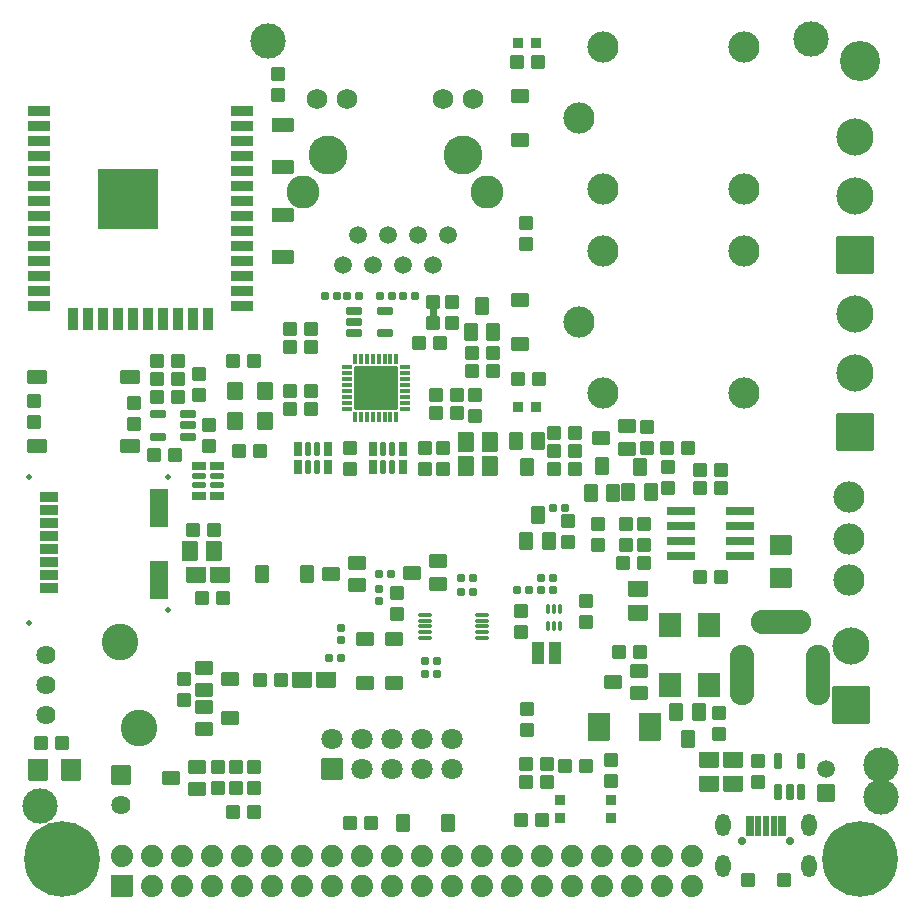
<source format=gbr>
%TF.GenerationSoftware,KiCad,Pcbnew,7.0.9-7.0.9~ubuntu22.04.1*%
%TF.CreationDate,2025-05-12T16:08:44+03:00*%
%TF.ProjectId,ESP32-EVB_Rev_L,45535033-322d-4455-9642-5f5265765f4c,L*%
%TF.SameCoordinates,PX425f360PY872a8a0*%
%TF.FileFunction,Soldermask,Top*%
%TF.FilePolarity,Negative*%
%FSLAX46Y46*%
G04 Gerber Fmt 4.6, Leading zero omitted, Abs format (unit mm)*
G04 Created by KiCad (PCBNEW 7.0.9-7.0.9~ubuntu22.04.1) date 2025-05-12 16:08:44*
%MOMM*%
%LPD*%
G01*
G04 APERTURE LIST*
G04 Aperture macros list*
%AMRoundRect*
0 Rectangle with rounded corners*
0 $1 Rounding radius*
0 $2 $3 $4 $5 $6 $7 $8 $9 X,Y pos of 4 corners*
0 Add a 4 corners polygon primitive as box body*
4,1,4,$2,$3,$4,$5,$6,$7,$8,$9,$2,$3,0*
0 Add four circle primitives for the rounded corners*
1,1,$1+$1,$2,$3*
1,1,$1+$1,$4,$5*
1,1,$1+$1,$6,$7*
1,1,$1+$1,$8,$9*
0 Add four rect primitives between the rounded corners*
20,1,$1+$1,$2,$3,$4,$5,0*
20,1,$1+$1,$4,$5,$6,$7,0*
20,1,$1+$1,$6,$7,$8,$9,0*
20,1,$1+$1,$8,$9,$2,$3,0*%
G04 Aperture macros list end*
%ADD10C,0.609600*%
%ADD11C,3.101600*%
%ADD12C,1.625600*%
%ADD13RoundRect,0.050800X-1.100000X0.300000X-1.100000X-0.300000X1.100000X-0.300000X1.100000X0.300000X0*%
%ADD14RoundRect,0.050800X-0.508000X0.317500X-0.508000X-0.317500X0.508000X-0.317500X0.508000X0.317500X0*%
%ADD15RoundRect,0.050800X-0.508000X0.190500X-0.508000X-0.190500X0.508000X-0.190500X0.508000X0.190500X0*%
%ADD16RoundRect,0.050800X-0.317500X-0.508000X0.317500X-0.508000X0.317500X0.508000X-0.317500X0.508000X0*%
%ADD17RoundRect,0.050800X-0.190500X-0.508000X0.190500X-0.508000X0.190500X0.508000X-0.190500X0.508000X0*%
%ADD18RoundRect,0.050800X0.317500X0.508000X-0.317500X0.508000X-0.317500X-0.508000X0.317500X-0.508000X0*%
%ADD19RoundRect,0.050800X0.190500X0.508000X-0.190500X0.508000X-0.190500X-0.508000X0.190500X-0.508000X0*%
%ADD20RoundRect,0.050800X-0.900000X-0.400000X0.900000X-0.400000X0.900000X0.400000X-0.900000X0.400000X0*%
%ADD21RoundRect,0.050800X-0.400000X-0.900000X0.400000X-0.900000X0.400000X0.900000X-0.400000X0.900000X0*%
%ADD22C,2.101600*%
%ADD23RoundRect,0.050800X-2.500000X-2.500000X2.500000X-2.500000X2.500000X2.500000X-2.500000X2.500000X0*%
%ADD24RoundRect,0.050800X-0.762000X0.508000X-0.762000X-0.508000X0.762000X-0.508000X0.762000X0.508000X0*%
%ADD25RoundRect,0.050800X-0.762000X0.762000X-0.762000X-0.762000X0.762000X-0.762000X0.762000X0.762000X0*%
%ADD26C,3.149600*%
%ADD27RoundRect,0.050800X1.524000X-1.524000X1.524000X1.524000X-1.524000X1.524000X-1.524000X-1.524000X0*%
%ADD28C,3.401600*%
%ADD29C,1.301600*%
%ADD30C,6.401600*%
%ADD31RoundRect,0.050800X-0.889000X-0.889000X0.889000X-0.889000X0.889000X0.889000X-0.889000X0.889000X0*%
%ADD32C,1.879600*%
%ADD33RoundRect,0.050800X-0.508000X-0.508000X0.508000X-0.508000X0.508000X0.508000X-0.508000X0.508000X0*%
%ADD34RoundRect,0.050800X0.508000X-0.508000X0.508000X0.508000X-0.508000X0.508000X-0.508000X-0.508000X0*%
%ADD35RoundRect,0.050800X0.635000X-0.762000X0.635000X0.762000X-0.635000X0.762000X-0.635000X-0.762000X0*%
%ADD36RoundRect,0.050800X-0.508000X0.508000X-0.508000X-0.508000X0.508000X-0.508000X0.508000X0.508000X0*%
%ADD37RoundRect,0.050800X0.508000X0.508000X-0.508000X0.508000X-0.508000X-0.508000X0.508000X-0.508000X0*%
%ADD38RoundRect,0.050800X0.600000X-0.700000X0.600000X0.700000X-0.600000X0.700000X-0.600000X-0.700000X0*%
%ADD39RoundRect,0.050800X0.700000X-0.500000X0.700000X0.500000X-0.700000X0.500000X-0.700000X-0.500000X0*%
%ADD40RoundRect,0.050800X-0.850000X1.000000X-0.850000X-1.000000X0.850000X-1.000000X0.850000X1.000000X0*%
%ADD41RoundRect,0.050800X-0.500000X-0.700000X0.500000X-0.700000X0.500000X0.700000X-0.500000X0.700000X0*%
%ADD42RoundRect,0.050800X-0.700000X-0.500000X0.700000X-0.500000X0.700000X0.500000X-0.700000X0.500000X0*%
%ADD43RoundRect,0.050800X-0.400000X-0.400000X0.400000X-0.400000X0.400000X0.400000X-0.400000X0.400000X0*%
%ADD44O,2.101600X5.101600*%
%ADD45O,5.101600X2.101600*%
%ADD46RoundRect,0.050800X-0.500000X0.700000X-0.500000X-0.700000X0.500000X-0.700000X0.500000X0.700000X0*%
%ADD47C,2.641600*%
%ADD48RoundRect,0.050800X-0.400000X-0.125000X0.400000X-0.125000X0.400000X0.125000X-0.400000X0.125000X0*%
%ADD49RoundRect,0.050800X0.125000X-0.400000X0.125000X0.400000X-0.125000X0.400000X-0.125000X-0.400000X0*%
%ADD50RoundRect,0.050800X0.400000X0.125000X-0.400000X0.125000X-0.400000X-0.125000X0.400000X-0.125000X0*%
%ADD51RoundRect,0.050800X-0.125000X0.400000X-0.125000X-0.400000X0.125000X-0.400000X0.125000X0.400000X0*%
%ADD52C,0.801600*%
%ADD53RoundRect,0.050800X-0.800000X0.800000X-0.800000X-0.800000X0.800000X-0.800000X0.800000X0.800000X0*%
%ADD54RoundRect,0.050800X-1.800000X1.800000X-1.800000X-1.800000X1.800000X-1.800000X1.800000X1.800000X0*%
%ADD55RoundRect,0.050800X-0.850000X-0.850000X0.850000X-0.850000X0.850000X0.850000X-0.850000X0.850000X0*%
%ADD56C,1.801600*%
%ADD57RoundRect,0.050800X-0.750000X1.550000X-0.750000X-1.550000X0.750000X-1.550000X0.750000X1.550000X0*%
%ADD58C,0.501600*%
%ADD59RoundRect,0.050800X-0.750000X0.400000X-0.750000X-0.400000X0.750000X-0.400000X0.750000X0.400000X0*%
%ADD60C,3.301600*%
%ADD61C,1.511600*%
%ADD62C,1.751600*%
%ADD63C,2.801600*%
%ADD64RoundRect,0.050800X-0.889000X0.508000X-0.889000X-0.508000X0.889000X-0.508000X0.889000X0.508000X0*%
%ADD65RoundRect,0.050800X0.889000X-0.508000X0.889000X0.508000X-0.889000X0.508000X-0.889000X-0.508000X0*%
%ADD66RoundRect,0.050800X0.850000X-1.000000X0.850000X1.000000X-0.850000X1.000000X-0.850000X-1.000000X0*%
%ADD67RoundRect,0.050800X0.500000X-0.700000X0.500000X0.700000X-0.500000X0.700000X-0.500000X-0.700000X0*%
%ADD68RoundRect,0.050800X0.889000X-0.762000X0.889000X0.762000X-0.889000X0.762000X-0.889000X-0.762000X0*%
%ADD69RoundRect,0.050800X-0.762000X-0.889000X0.762000X-0.889000X0.762000X0.889000X-0.762000X0.889000X0*%
%ADD70RoundRect,0.050800X0.762000X0.635000X-0.762000X0.635000X-0.762000X-0.635000X0.762000X-0.635000X0*%
%ADD71RoundRect,0.050800X0.889000X1.143000X-0.889000X1.143000X-0.889000X-1.143000X0.889000X-1.143000X0*%
%ADD72RoundRect,0.050800X-0.635000X0.762000X-0.635000X-0.762000X0.635000X-0.762000X0.635000X0.762000X0*%
%ADD73RoundRect,0.050800X-0.275000X0.600000X-0.275000X-0.600000X0.275000X-0.600000X0.275000X0.600000X0*%
%ADD74RoundRect,0.050800X-0.762000X-0.635000X0.762000X-0.635000X0.762000X0.635000X-0.762000X0.635000X0*%
%ADD75RoundRect,0.050800X-0.700000X0.500000X-0.700000X-0.500000X0.700000X-0.500000X0.700000X0.500000X0*%
%ADD76RoundRect,0.050800X0.400000X-0.400000X0.400000X0.400000X-0.400000X0.400000X-0.400000X-0.400000X0*%
%ADD77RoundRect,0.050800X-0.600000X-0.275000X0.600000X-0.275000X0.600000X0.275000X-0.600000X0.275000X0*%
%ADD78RoundRect,0.050800X0.700000X-0.700000X0.700000X0.700000X-0.700000X0.700000X-0.700000X-0.700000X0*%
%ADD79C,1.501600*%
%ADD80RoundRect,0.050800X0.250000X0.275000X-0.250000X0.275000X-0.250000X-0.275000X0.250000X-0.275000X0*%
%ADD81RoundRect,0.050800X-0.250000X-0.275000X0.250000X-0.275000X0.250000X0.275000X-0.250000X0.275000X0*%
%ADD82C,0.701600*%
%ADD83O,1.301600X1.901600*%
%ADD84RoundRect,0.050800X-0.550000X-0.500000X0.550000X-0.500000X0.550000X0.500000X-0.550000X0.500000X0*%
%ADD85RoundRect,0.050800X-0.250000X-0.825000X0.250000X-0.825000X0.250000X0.825000X-0.250000X0.825000X0*%
%ADD86RoundRect,0.050800X-0.162500X-0.825000X0.162500X-0.825000X0.162500X0.825000X-0.162500X0.825000X0*%
%ADD87RoundRect,0.050800X0.600000X0.275000X-0.600000X0.275000X-0.600000X-0.275000X0.600000X-0.275000X0*%
%ADD88RoundRect,0.050800X0.125000X-0.350000X0.125000X0.350000X-0.125000X0.350000X-0.125000X-0.350000X0*%
%ADD89RoundRect,0.050800X0.275000X-0.250000X0.275000X0.250000X-0.275000X0.250000X-0.275000X-0.250000X0*%
%ADD90RoundRect,0.050800X-0.275000X0.250000X-0.275000X-0.250000X0.275000X-0.250000X0.275000X0.250000X0*%
%ADD91RoundRect,0.050800X0.500000X-0.125000X0.500000X0.125000X-0.500000X0.125000X-0.500000X-0.125000X0*%
%ADD92C,3.000000*%
%ADD93RoundRect,0.050800X0.450000X0.900000X-0.450000X0.900000X-0.450000X-0.900000X0.450000X-0.900000X0*%
%ADD94RoundRect,0.050800X0.500000X0.700000X-0.500000X0.700000X-0.500000X-0.700000X0.500000X-0.700000X0*%
G04 APERTURE END LIST*
D10*
%TO.C,R25*%
X35179000Y49538000D02*
X35179000Y50538000D01*
%TD*%
D11*
%TO.C,U7*%
X8713000Y22192000D03*
X10313000Y14892000D03*
D12*
X2413000Y21082000D03*
X2413000Y18542000D03*
X2413000Y16002000D03*
%TD*%
D13*
%TO.C,U6*%
X56174000Y33274000D03*
X56174000Y32004000D03*
X56174000Y30734000D03*
X56174000Y29464000D03*
X61174000Y29464000D03*
X61174000Y30734000D03*
X61174000Y32004000D03*
X61174000Y33274000D03*
%TD*%
D14*
%TO.C,RM1*%
X15367000Y37084000D03*
X16891000Y37084000D03*
D15*
X15367000Y36195000D03*
X16891000Y36195000D03*
X15367000Y35433000D03*
X16891000Y35433000D03*
D14*
X15367000Y34544000D03*
X16891000Y34544000D03*
%TD*%
D16*
%TO.C,RM2*%
X23749000Y36957000D03*
X23749000Y38481000D03*
D17*
X24638000Y36957000D03*
X24638000Y38481000D03*
X25400000Y36957000D03*
X25400000Y38481000D03*
D16*
X26289000Y36957000D03*
X26289000Y38481000D03*
%TD*%
D18*
%TO.C,RM3*%
X32639000Y38481000D03*
X32639000Y36957000D03*
D19*
X31750000Y38481000D03*
X31750000Y36957000D03*
X30988000Y38481000D03*
X30988000Y36957000D03*
D18*
X30099000Y38481000D03*
X30099000Y36957000D03*
%TD*%
D20*
%TO.C,U3*%
X1814000Y67159000D03*
X1814000Y65889000D03*
X1814000Y64619000D03*
X1814000Y63349000D03*
X1814000Y62079000D03*
X1814000Y60809000D03*
X1814000Y59539000D03*
X1814000Y58269000D03*
X1814000Y56999000D03*
X1814000Y55729000D03*
X1814000Y54459000D03*
X1814000Y53189000D03*
X1814000Y51919000D03*
X1814000Y50649000D03*
D21*
X4714000Y49549000D03*
X5984000Y49549000D03*
X7254000Y49549000D03*
X8524000Y49549000D03*
X9794000Y49549000D03*
X11064000Y49549000D03*
X12334000Y49549000D03*
X13604000Y49549000D03*
X14874000Y49549000D03*
X16144000Y49549000D03*
D20*
X19014000Y50649000D03*
X19014000Y51919000D03*
X19014000Y53189000D03*
X19014000Y54459000D03*
X19014000Y55729000D03*
X19014000Y56999000D03*
X19014000Y58269000D03*
X19014000Y59539000D03*
X19014000Y60809000D03*
X19014000Y62079000D03*
X19014000Y63349000D03*
X19014000Y64619000D03*
X19014000Y65889000D03*
X19014000Y67159000D03*
D22*
X9414000Y59649000D03*
D23*
X9414000Y59649000D03*
%TD*%
D24*
%TO.C,BUT1*%
X9525000Y44577000D03*
X1651000Y44577000D03*
%TD*%
%TO.C,RST1*%
X9525000Y38735000D03*
X1651000Y38735000D03*
%TD*%
D12*
%TO.C,LED3*%
X8763000Y8382000D03*
D25*
X8763000Y10922000D03*
%TD*%
D26*
%TO.C,PWR2*%
X70612000Y21837000D03*
D27*
X70612000Y16837000D03*
%TD*%
D28*
%TO.C,MH1*%
X71374000Y71374000D03*
%TD*%
D29*
%TO.C,MH2*%
X68961000Y3810000D03*
X69723000Y5461000D03*
X69723000Y2032000D03*
X71374000Y6223000D03*
D30*
X71374000Y3810000D03*
D29*
X71374000Y1397000D03*
X73025000Y5461000D03*
X73025000Y2159000D03*
X73787000Y3810000D03*
%TD*%
%TO.C,MH3*%
X1397000Y3810000D03*
X2159000Y5461000D03*
X2159000Y2032000D03*
X3810000Y6223000D03*
D30*
X3810000Y3810000D03*
D29*
X3810000Y1397000D03*
X5461000Y5461000D03*
X5461000Y2159000D03*
X6223000Y3810000D03*
%TD*%
D31*
%TO.C,EXT1*%
X8890000Y1524000D03*
D32*
X8890000Y4064000D03*
X11430000Y1524000D03*
X11430000Y4064000D03*
X13970000Y1524000D03*
X13970000Y4064000D03*
X16510000Y1524000D03*
X16510000Y4064000D03*
X19050000Y1524000D03*
X19050000Y4064000D03*
X21590000Y1524000D03*
X21590000Y4064000D03*
X24130000Y1524000D03*
X24130000Y4064000D03*
X26670000Y1524000D03*
X26670000Y4064000D03*
X29210000Y1524000D03*
X29210000Y4064000D03*
X31750000Y1524000D03*
X31750000Y4064000D03*
X34290000Y1524000D03*
X34290000Y4064000D03*
X36830000Y1524000D03*
X36830000Y4064000D03*
X39370000Y1524000D03*
X39370000Y4064000D03*
X41910000Y1524000D03*
X41910000Y4064000D03*
X44450000Y1524000D03*
X44450000Y4064000D03*
X46990000Y1524000D03*
X46990000Y4064000D03*
X49530000Y1524000D03*
X49530000Y4064000D03*
X52070000Y1524000D03*
X52070000Y4064000D03*
X54610000Y1524000D03*
X54610000Y4064000D03*
X57150000Y1524000D03*
X57150000Y4064000D03*
%TD*%
D33*
%TO.C,C5*%
X20574000Y18923000D03*
X22352000Y18923000D03*
%TD*%
D34*
%TO.C,C8*%
X36068000Y36830000D03*
X36068000Y38608000D03*
%TD*%
%TO.C,C9*%
X34544000Y36830000D03*
X34544000Y38608000D03*
%TD*%
D35*
%TO.C,C10*%
X14605000Y29845000D03*
X16637000Y29845000D03*
%TD*%
D36*
%TO.C,C13*%
X28194000Y38608000D03*
X28194000Y36830000D03*
%TD*%
D37*
%TO.C,C15*%
X24892000Y47117000D03*
X23114000Y47117000D03*
%TD*%
%TO.C,C16*%
X24892000Y41910000D03*
X23114000Y41910000D03*
%TD*%
%TO.C,C17*%
X24892000Y43434000D03*
X23114000Y43434000D03*
%TD*%
%TO.C,C18*%
X37211000Y43053000D03*
X35433000Y43053000D03*
%TD*%
D27*
%TO.C,CON1*%
X70904000Y39958000D03*
D26*
X70904000Y44958000D03*
X70904000Y49958000D03*
%TD*%
D27*
%TO.C,CON2*%
X70904000Y54958000D03*
D26*
X70904000Y59958000D03*
X70904000Y64958000D03*
%TD*%
D38*
%TO.C,CR1*%
X20955000Y40894000D03*
X20955000Y43434000D03*
X18415000Y43434000D03*
X18415000Y40894000D03*
%TD*%
D39*
%TO.C,D1*%
X42545000Y47376000D03*
X42545000Y51176000D03*
%TD*%
%TO.C,D3*%
X42545000Y64648000D03*
X42545000Y68448000D03*
%TD*%
D40*
%TO.C,D4*%
X55245000Y23582000D03*
X55245000Y18582000D03*
%TD*%
D41*
%TO.C,D5*%
X32644000Y6858000D03*
X36444000Y6858000D03*
%TD*%
D42*
%TO.C,FET1*%
X52669440Y17846040D03*
X52669440Y19748500D03*
X50459640Y18793460D03*
%TD*%
D35*
%TO.C,L3*%
X37973000Y37084000D03*
X37973000Y39116000D03*
%TD*%
D43*
%TO.C,LED1*%
X43942000Y42037000D03*
X42418000Y42037000D03*
%TD*%
%TO.C,LED2*%
X43942000Y72898000D03*
X42418000Y72898000D03*
%TD*%
D44*
%TO.C,PWR1*%
X61341000Y19413000D03*
X67841000Y19413000D03*
D45*
X64641000Y23863000D03*
%TD*%
D42*
%TO.C,Q1*%
X51653440Y38547040D03*
X51653440Y40449500D03*
X49443640Y39494460D03*
%TD*%
D46*
%TO.C,Q2*%
X38420040Y48422560D03*
X40322500Y48422560D03*
X39367460Y50632360D03*
%TD*%
D37*
%TO.C,R3*%
X44196000Y44450000D03*
X42418000Y44450000D03*
%TD*%
%TO.C,R5*%
X40259000Y45085000D03*
X38481000Y45085000D03*
%TD*%
%TO.C,R6*%
X40259000Y46609000D03*
X38481000Y46609000D03*
%TD*%
%TO.C,R11*%
X44069000Y71247000D03*
X42291000Y71247000D03*
%TD*%
D33*
%TO.C,R14*%
X11811000Y45974000D03*
X13589000Y45974000D03*
%TD*%
D37*
%TO.C,R16*%
X13335000Y37973000D03*
X11557000Y37973000D03*
%TD*%
D33*
%TO.C,R18*%
X18288000Y7747000D03*
X20066000Y7747000D03*
%TD*%
D34*
%TO.C,R21*%
X20066000Y9779000D03*
X20066000Y11557000D03*
%TD*%
D37*
%TO.C,R23*%
X29972000Y6858000D03*
X28194000Y6858000D03*
%TD*%
D34*
%TO.C,R26*%
X22098000Y68453000D03*
X22098000Y70231000D03*
%TD*%
D36*
%TO.C,R27*%
X43053000Y57658000D03*
X43053000Y55880000D03*
%TD*%
D37*
%TO.C,R29*%
X17399000Y25908000D03*
X15621000Y25908000D03*
%TD*%
D33*
%TO.C,R34*%
X18796000Y38354000D03*
X20574000Y38354000D03*
%TD*%
%TO.C,R36*%
X18288000Y45974000D03*
X20066000Y45974000D03*
%TD*%
%TO.C,R38*%
X35433000Y41529000D03*
X37211000Y41529000D03*
%TD*%
D37*
%TO.C,R39*%
X24892000Y48641000D03*
X23114000Y48641000D03*
%TD*%
D47*
%TO.C,REL1*%
X61580000Y43276000D03*
X61580000Y55276000D03*
X47580000Y49276000D03*
X49580000Y55276000D03*
X49580000Y43276000D03*
%TD*%
%TO.C,REL2*%
X49580000Y60548000D03*
X49580000Y72548000D03*
X47580000Y66548000D03*
X61580000Y72548000D03*
X61580000Y60548000D03*
%TD*%
D48*
%TO.C,U4*%
X27903000Y45438000D03*
X27903000Y44938000D03*
X27903000Y44438000D03*
X27903000Y43938000D03*
X27903000Y43438000D03*
X27903000Y42938000D03*
X27903000Y42438000D03*
X27903000Y41938000D03*
D49*
X28603000Y41238000D03*
X29103000Y41238000D03*
X29603000Y41238000D03*
X30103000Y41238000D03*
X30603000Y41238000D03*
X31103000Y41238000D03*
X31603000Y41238000D03*
X32103000Y41238000D03*
D50*
X32803000Y41938000D03*
X32803000Y42438000D03*
X32803000Y42938000D03*
X32803000Y43438000D03*
X32803000Y43938000D03*
X32803000Y44438000D03*
X32803000Y44938000D03*
X32803000Y45438000D03*
D51*
X32103000Y46138000D03*
X31603000Y46138000D03*
X31103000Y46138000D03*
X30603000Y46138000D03*
X30103000Y46138000D03*
X29603000Y46138000D03*
X29103000Y46138000D03*
X28603000Y46138000D03*
D52*
X30853000Y44988000D03*
X29853000Y44988000D03*
X31653000Y44188000D03*
X29053000Y44188000D03*
D53*
X30353000Y43688000D03*
D54*
X30353000Y43688000D03*
D52*
X31653000Y43188000D03*
X29053000Y43188000D03*
X30853000Y42388000D03*
X29853000Y42388000D03*
%TD*%
D55*
%TO.C,UEXT1*%
X26670000Y11430000D03*
D56*
X26670000Y13970000D03*
X29210000Y11430000D03*
X29210000Y13970000D03*
X31750000Y11430000D03*
X31750000Y13970000D03*
X34290000Y11430000D03*
X34290000Y13970000D03*
X36830000Y11430000D03*
X36830000Y13970000D03*
%TD*%
D57*
%TO.C,MICRO_SD1*%
X11981000Y27457000D03*
X11981000Y33517000D03*
D58*
X1011000Y36147000D03*
X12811000Y36147000D03*
X12811000Y24877000D03*
X1011000Y23787000D03*
D59*
X2731000Y34457000D03*
X2731000Y33357000D03*
X2731000Y32257000D03*
X2731000Y31157000D03*
X2731000Y30057000D03*
X2731000Y28957000D03*
X2731000Y27857000D03*
X2731000Y26757000D03*
%TD*%
D60*
%TO.C,LAN1*%
X37719000Y63373000D03*
X26289000Y63373000D03*
D61*
X36459000Y56673000D03*
X35189000Y54133000D03*
X33919000Y56673000D03*
X32649000Y54133000D03*
X31379000Y56673000D03*
X30109000Y54133000D03*
X28839000Y56673000D03*
X27569000Y54133000D03*
D62*
X27934000Y68121500D03*
X38614000Y68121500D03*
D63*
X39804000Y60323000D03*
X24204000Y60323000D03*
D62*
X25394000Y68121500D03*
X36074000Y68121500D03*
%TD*%
D64*
%TO.C,C19*%
X22479000Y58293000D03*
X22479000Y54737000D03*
%TD*%
D65*
%TO.C,C20*%
X22479000Y62357000D03*
X22479000Y65913000D03*
%TD*%
D34*
%TO.C,R4*%
X50292000Y10414000D03*
X50292000Y12192000D03*
%TD*%
D36*
%TO.C,C25*%
X51562000Y32131000D03*
X51562000Y30353000D03*
%TD*%
D33*
%TO.C,C27*%
X2032000Y13589000D03*
X3810000Y13589000D03*
%TD*%
D47*
%TO.C,CAN1*%
X70404000Y34417000D03*
X70404000Y30917000D03*
X70404000Y27417000D03*
%TD*%
D66*
%TO.C,D6*%
X58547000Y18582000D03*
X58547000Y23582000D03*
%TD*%
D67*
%TO.C,FET2*%
X57718960Y16220440D03*
X55816500Y16220440D03*
X56771540Y14010640D03*
%TD*%
D42*
%TO.C,Q7*%
X15204440Y9718040D03*
X15204440Y11620500D03*
X12994640Y10665460D03*
%TD*%
D36*
%TO.C,R30*%
X59436000Y16129000D03*
X59436000Y14351000D03*
%TD*%
D37*
%TO.C,R45*%
X13589000Y44450000D03*
X11811000Y44450000D03*
%TD*%
D68*
%TO.C,R47*%
X64643000Y27559000D03*
X64643000Y30353000D03*
%TD*%
D37*
%TO.C,R48*%
X59563000Y35179000D03*
X57785000Y35179000D03*
%TD*%
%TO.C,R49*%
X59563000Y36703000D03*
X57785000Y36703000D03*
%TD*%
D69*
%TO.C,R53*%
X1778000Y11303000D03*
X4572000Y11303000D03*
%TD*%
D34*
%TO.C,R54*%
X15367000Y43053000D03*
X15367000Y44831000D03*
%TD*%
D36*
%TO.C,R55*%
X18542000Y11557000D03*
X18542000Y9779000D03*
%TD*%
%TO.C,R56*%
X17018000Y11557000D03*
X17018000Y9779000D03*
%TD*%
D70*
%TO.C,C3*%
X52578000Y24638000D03*
X52578000Y26670000D03*
%TD*%
D36*
%TO.C,R44*%
X14097000Y19050000D03*
X14097000Y17272000D03*
%TD*%
D71*
%TO.C,D2*%
X53612000Y14986000D03*
X49258000Y14986000D03*
%TD*%
D37*
%TO.C,C29*%
X47244000Y39878000D03*
X45466000Y39878000D03*
%TD*%
%TO.C,R50*%
X47244000Y36830000D03*
X45466000Y36830000D03*
%TD*%
%TO.C,R51*%
X47244000Y38354000D03*
X45466000Y38354000D03*
%TD*%
D34*
%TO.C,C12*%
X38735000Y41275000D03*
X38735000Y43053000D03*
%TD*%
D67*
%TO.C,FET3*%
X44129960Y39207440D03*
X42227500Y39207440D03*
X43182540Y36997640D03*
%TD*%
D72*
%TO.C,L5*%
X40005000Y39116000D03*
X40005000Y37084000D03*
%TD*%
D36*
%TO.C,R2*%
X53340000Y40386000D03*
X53340000Y38608000D03*
%TD*%
D73*
%TO.C,U1*%
X64455000Y9495000D03*
X65405000Y9495000D03*
X66355000Y9495000D03*
X66355000Y12095000D03*
X64455000Y12095000D03*
%TD*%
D34*
%TO.C,R8*%
X62738000Y10287000D03*
X62738000Y12065000D03*
%TD*%
D74*
%TO.C,C1*%
X58547000Y12192000D03*
X58547000Y10160000D03*
%TD*%
%TO.C,C2*%
X60579000Y12192000D03*
X60579000Y10160000D03*
%TD*%
D33*
%TO.C,C14*%
X34036000Y47498000D03*
X35814000Y47498000D03*
%TD*%
D37*
%TO.C,R10*%
X44831000Y11811000D03*
X43053000Y11811000D03*
%TD*%
%TO.C,R9*%
X44831000Y10287000D03*
X43053000Y10287000D03*
%TD*%
%TO.C,C30*%
X44450000Y7112000D03*
X42672000Y7112000D03*
%TD*%
D75*
%TO.C,U9*%
X15791000Y16698000D03*
X15791000Y14798000D03*
X17991000Y15748000D03*
%TD*%
D34*
%TO.C,R24*%
X16256000Y38735000D03*
X16256000Y40513000D03*
%TD*%
%TO.C,C28*%
X9906000Y40640000D03*
X9906000Y42418000D03*
%TD*%
D36*
%TO.C,C26*%
X53086000Y32131000D03*
X53086000Y30353000D03*
%TD*%
D70*
%TO.C,L1*%
X26162000Y18923000D03*
X24130000Y18923000D03*
%TD*%
D33*
%TO.C,R17*%
X50927000Y21336000D03*
X52705000Y21336000D03*
%TD*%
D36*
%TO.C,R22*%
X43180000Y16510000D03*
X43180000Y14732000D03*
%TD*%
D37*
%TO.C,R7*%
X48133000Y11684000D03*
X46355000Y11684000D03*
%TD*%
D76*
%TO.C,CHARGE1*%
X45974000Y8763000D03*
X45974000Y7239000D03*
%TD*%
D34*
%TO.C,C31*%
X1397000Y40767000D03*
X1397000Y42545000D03*
%TD*%
D77*
%TO.C,U8*%
X14508000Y39563000D03*
X14508000Y40513000D03*
X14508000Y41463000D03*
X11908000Y41463000D03*
X11908000Y39563000D03*
%TD*%
D33*
%TO.C,R46*%
X11811000Y42926000D03*
X13589000Y42926000D03*
%TD*%
D34*
%TO.C,R25*%
X35179000Y49149000D03*
X35179000Y50927000D03*
%TD*%
D78*
%TO.C,BAT1*%
X68450460Y9405620D03*
D79*
X68447920Y11417300D03*
%TD*%
D76*
%TO.C,PWRLED1*%
X50292000Y7239000D03*
X50292000Y8763000D03*
%TD*%
D75*
%TO.C,U10*%
X15791000Y20000000D03*
X15791000Y18100000D03*
X17991000Y19050000D03*
%TD*%
D33*
%TO.C,R12*%
X57785000Y27686000D03*
X59563000Y27686000D03*
%TD*%
%TO.C,R13*%
X51308000Y28829000D03*
X53086000Y28829000D03*
%TD*%
D34*
%TO.C,R15*%
X49149000Y30353000D03*
X49149000Y32131000D03*
%TD*%
D80*
%TO.C,R33*%
X30734000Y51435000D03*
D81*
X31750000Y51435000D03*
%TD*%
D36*
%TO.C,C11*%
X36830000Y50927000D03*
X36830000Y49149000D03*
%TD*%
D81*
%TO.C,R32*%
X33655000Y51435000D03*
D80*
X32639000Y51435000D03*
%TD*%
%TO.C,R31*%
X26035000Y51435000D03*
D81*
X27051000Y51435000D03*
%TD*%
%TO.C,R28*%
X28956000Y51435000D03*
D80*
X27940000Y51435000D03*
%TD*%
D37*
%TO.C,R43*%
X16637000Y31623000D03*
X14859000Y31623000D03*
%TD*%
D70*
%TO.C,L4*%
X17145000Y27813000D03*
X15113000Y27813000D03*
%TD*%
D41*
%TO.C,D10*%
X43119000Y30734000D03*
X45019000Y30734000D03*
X44069000Y32934000D03*
%TD*%
D36*
%TO.C,R52*%
X46609000Y32385000D03*
X46609000Y30607000D03*
%TD*%
D80*
%TO.C,R58*%
X45339000Y33528000D03*
D81*
X46355000Y33528000D03*
%TD*%
D41*
%TO.C,U11*%
X51755000Y34841000D03*
X53655000Y34841000D03*
X52705000Y37041000D03*
%TD*%
D46*
%TO.C,FET4*%
X48580040Y34833560D03*
X50482500Y34833560D03*
X49527460Y37043360D03*
%TD*%
D34*
%TO.C,C32*%
X55118000Y35179000D03*
X55118000Y36957000D03*
%TD*%
D37*
%TO.C,R1*%
X56769000Y38608000D03*
X54991000Y38608000D03*
%TD*%
D82*
%TO.C,USB-UART1*%
X65404000Y5329000D03*
X61404000Y5329000D03*
D83*
X67004000Y6649000D03*
X59804000Y6649000D03*
X67004000Y3179000D03*
X59804000Y3179000D03*
D84*
X64904000Y2029000D03*
X61904000Y2029000D03*
D85*
X62016500Y6579000D03*
D86*
X62754000Y6579000D03*
X63404000Y6579000D03*
X64054000Y6579000D03*
D85*
X64791500Y6579000D03*
%TD*%
D87*
%TO.C,TVS1*%
X28545000Y50226000D03*
X28545000Y49276000D03*
X28545000Y48326000D03*
X31145000Y48326000D03*
X31145000Y50226000D03*
%TD*%
D81*
%TO.C,C39*%
X45339000Y26543000D03*
D80*
X44323000Y26543000D03*
%TD*%
D81*
%TO.C,R73*%
X45339000Y27559000D03*
D80*
X44323000Y27559000D03*
%TD*%
%TO.C,R70*%
X37592000Y26416000D03*
D81*
X38608000Y26416000D03*
%TD*%
D88*
%TO.C,U2*%
X44966000Y23507000D03*
X45466000Y23507000D03*
X45966000Y23507000D03*
X45966000Y25007000D03*
X45466000Y25007000D03*
X44966000Y25007000D03*
%TD*%
D89*
%TO.C,R69*%
X30607000Y26670000D03*
D90*
X30607000Y25654000D03*
%TD*%
D75*
%TO.C,D15*%
X29464000Y22474000D03*
X29464000Y18674000D03*
%TD*%
D81*
%TO.C,R71*%
X38608000Y27559000D03*
D80*
X37592000Y27559000D03*
%TD*%
D34*
%TO.C,C35*%
X32131000Y24511000D03*
X32131000Y26289000D03*
%TD*%
D89*
%TO.C,R66*%
X27432000Y23368000D03*
D90*
X27432000Y22352000D03*
%TD*%
D80*
%TO.C,C36*%
X34544000Y20574000D03*
D81*
X35560000Y20574000D03*
%TD*%
D39*
%TO.C,D16*%
X31877000Y18674000D03*
X31877000Y22474000D03*
%TD*%
D91*
%TO.C,U5*%
X39357000Y22495000D03*
X39357000Y22995000D03*
X39357000Y23495000D03*
X39357000Y23995000D03*
X39357000Y24495000D03*
X34557000Y24495000D03*
X34557000Y23995000D03*
X34557000Y23495000D03*
X34557000Y22995000D03*
X34557000Y22495000D03*
%TD*%
D92*
%TO.C,FID5*%
X21204000Y73032000D03*
%TD*%
D93*
%TO.C,L7*%
X44131000Y21209000D03*
X45531000Y21209000D03*
%TD*%
D81*
%TO.C,R75*%
X43307000Y26543000D03*
D80*
X42291000Y26543000D03*
%TD*%
D81*
%TO.C,R67*%
X35560000Y19431000D03*
D80*
X34544000Y19431000D03*
%TD*%
D42*
%TO.C,Q10*%
X35651440Y27117040D03*
X35651440Y29019500D03*
X33441640Y28064460D03*
%TD*%
D81*
%TO.C,R72*%
X31623000Y27940000D03*
D80*
X30607000Y27940000D03*
%TD*%
D92*
%TO.C,FID3*%
X67204000Y73232000D03*
%TD*%
D42*
%TO.C,Q9*%
X28793440Y26990040D03*
X28793440Y28892500D03*
X26583640Y27937460D03*
%TD*%
D34*
%TO.C,C38*%
X42672000Y22987000D03*
X42672000Y24765000D03*
%TD*%
D92*
%TO.C,FID1*%
X1904000Y8332000D03*
%TD*%
D34*
%TO.C,C37*%
X48133000Y23876000D03*
X48133000Y25654000D03*
%TD*%
D94*
%TO.C,D17*%
X24506000Y27940000D03*
X20706000Y27940000D03*
%TD*%
D81*
%TO.C,R68*%
X27432000Y20828000D03*
D80*
X26416000Y20828000D03*
%TD*%
D92*
%TO.C,FID4*%
X73104000Y11732000D03*
%TD*%
%TO.C,FID2*%
X73104000Y9032000D03*
%TD*%
M02*

</source>
